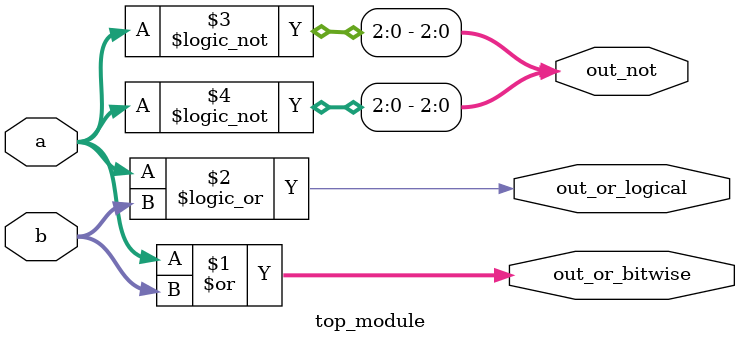
<source format=v>
module top_module( 
    input [2:0] a,
    input [2:0] b,
    output [2:0] out_or_bitwise,
    output out_or_logical,
    output [5:0] out_not
);
    assign out_or_bitwise=a|b;
    assign out_or_logical=a||b;
    assign out_not[2:0]=!a;
    assign out_not[2:0]=!a;
endmodule

</source>
